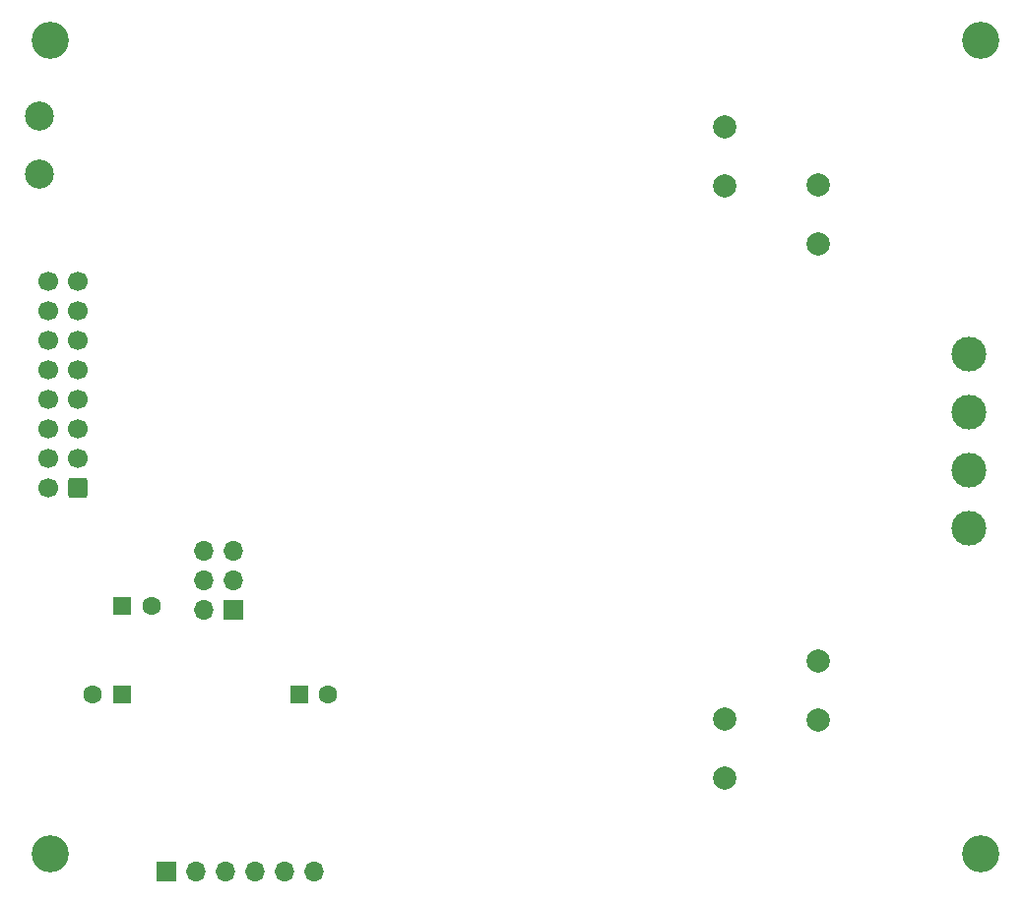
<source format=gbr>
G04 #@! TF.GenerationSoftware,KiCad,Pcbnew,(7.0.0-0)*
G04 #@! TF.CreationDate,2024-11-26T16:17:07-08:00*
G04 #@! TF.ProjectId,tas5754m,74617335-3735-4346-9d2e-6b696361645f,rev?*
G04 #@! TF.SameCoordinates,Original*
G04 #@! TF.FileFunction,Soldermask,Bot*
G04 #@! TF.FilePolarity,Negative*
%FSLAX46Y46*%
G04 Gerber Fmt 4.6, Leading zero omitted, Abs format (unit mm)*
G04 Created by KiCad (PCBNEW (7.0.0-0)) date 2024-11-26 16:17:07*
%MOMM*%
%LPD*%
G01*
G04 APERTURE LIST*
G04 Aperture macros list*
%AMRoundRect*
0 Rectangle with rounded corners*
0 $1 Rounding radius*
0 $2 $3 $4 $5 $6 $7 $8 $9 X,Y pos of 4 corners*
0 Add a 4 corners polygon primitive as box body*
4,1,4,$2,$3,$4,$5,$6,$7,$8,$9,$2,$3,0*
0 Add four circle primitives for the rounded corners*
1,1,$1+$1,$2,$3*
1,1,$1+$1,$4,$5*
1,1,$1+$1,$6,$7*
1,1,$1+$1,$8,$9*
0 Add four rect primitives between the rounded corners*
20,1,$1+$1,$2,$3,$4,$5,0*
20,1,$1+$1,$4,$5,$6,$7,0*
20,1,$1+$1,$6,$7,$8,$9,0*
20,1,$1+$1,$8,$9,$2,$3,0*%
G04 Aperture macros list end*
%ADD10C,3.200000*%
%ADD11RoundRect,0.250000X0.600000X0.600000X-0.600000X0.600000X-0.600000X-0.600000X0.600000X-0.600000X0*%
%ADD12C,1.700000*%
%ADD13C,2.000000*%
%ADD14R,1.700000X1.700000*%
%ADD15O,1.700000X1.700000*%
%ADD16R,1.600000X1.600000*%
%ADD17C,1.600000*%
%ADD18C,3.000000*%
%ADD19C,2.500000*%
G04 APERTURE END LIST*
D10*
X89000000Y-161000000D03*
X169000000Y-161000000D03*
X169000000Y-91000000D03*
X89000000Y-91000000D03*
D11*
X91340000Y-129540000D03*
D12*
X88800000Y-129540000D03*
X91340000Y-127000000D03*
X88800000Y-127000000D03*
X91340000Y-124460000D03*
X88800000Y-124460000D03*
X91340000Y-121920000D03*
X88800000Y-121920000D03*
X91340000Y-119380000D03*
X88800000Y-119380000D03*
X91340000Y-116840000D03*
X88800000Y-116840000D03*
X91340000Y-114300000D03*
X88800000Y-114300000D03*
X91340000Y-111760000D03*
X88800000Y-111760000D03*
D13*
X147000000Y-98460000D03*
X147000000Y-103540000D03*
X155000000Y-108540000D03*
X155000000Y-103460000D03*
X155000000Y-144460000D03*
X155000000Y-149540000D03*
X147000000Y-154540000D03*
X147000000Y-149460000D03*
D14*
X104749999Y-139999999D03*
D15*
X102209999Y-139999999D03*
X104749999Y-137459999D03*
X102209999Y-137459999D03*
X104749999Y-134919999D03*
X102209999Y-134919999D03*
D14*
X98959999Y-162559999D03*
D15*
X101499999Y-162559999D03*
X104039999Y-162559999D03*
X106579999Y-162559999D03*
X109119999Y-162559999D03*
X111659999Y-162559999D03*
D16*
X110379999Y-147319999D03*
D17*
X112880000Y-147320000D03*
D16*
X95179999Y-139699999D03*
D17*
X97680000Y-139700000D03*
D18*
X168000000Y-118000000D03*
X168000000Y-123000000D03*
X168000000Y-128000000D03*
X168000000Y-133000000D03*
D19*
X88000000Y-97500000D03*
X88000000Y-102500000D03*
D16*
X95139999Y-147319999D03*
D17*
X92640000Y-147320000D03*
M02*

</source>
